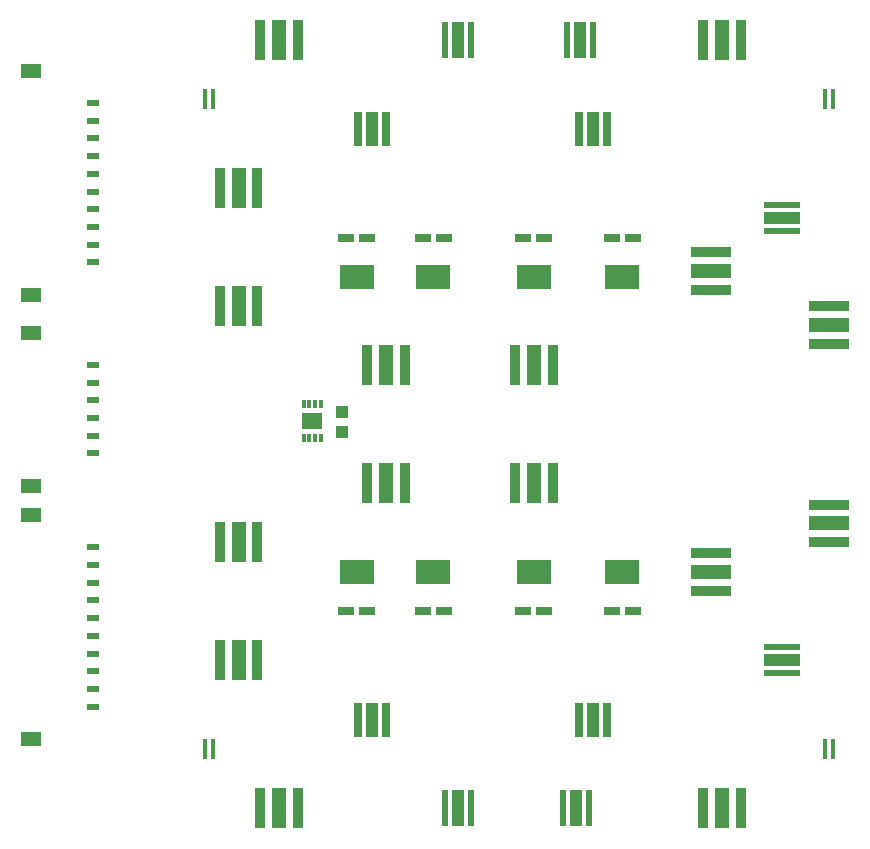
<source format=gtp>
%FSLAX25Y25*%
%MOIN*%
G70*
G01*
G75*
G04 Layer_Color=8421504*
%ADD10R,0.07087X0.04921*%
%ADD11R,0.03937X0.02362*%
%ADD12R,0.05315X0.03150*%
%ADD13R,0.11811X0.07874*%
%ADD14R,0.05118X0.13780*%
%ADD15R,0.03543X0.13189*%
%ADD16R,0.04134X0.12205*%
%ADD17R,0.02165X0.12205*%
%ADD18R,0.03937X0.11811*%
%ADD19R,0.02756X0.11811*%
%ADD20R,0.01772X0.06693*%
%ADD21R,0.13189X0.03543*%
%ADD22R,0.13780X0.05118*%
%ADD23R,0.12205X0.04134*%
%ADD24R,0.12205X0.02165*%
%ADD25R,0.06890X0.05709*%
%ADD26R,0.01181X0.02953*%
%ADD27R,0.04000X0.04400*%
%ADD28C,0.02500*%
%ADD29C,0.02000*%
%ADD30C,0.01000*%
%ADD31C,0.01200*%
%ADD32C,0.01969*%
%ADD33C,0.01181*%
%ADD34C,0.00787*%
%ADD35R,0.01969X0.01575*%
%ADD36R,0.02000X0.02000*%
%ADD37R,0.01969X0.01969*%
%ADD38R,0.01870X0.01969*%
%ADD39R,0.01083X0.01083*%
%ADD40R,0.01969X0.01969*%
%ADD41R,0.29528X0.26378*%
%ADD42R,0.27559X0.19685*%
D10*
X206528Y462323D02*
D03*
Y387677D02*
D03*
Y323988D02*
D03*
Y375012D02*
D03*
Y314248D02*
D03*
Y239602D02*
D03*
D11*
X227000Y439764D02*
D03*
Y433858D02*
D03*
Y427953D02*
D03*
Y422047D02*
D03*
Y416142D02*
D03*
Y410236D02*
D03*
Y404331D02*
D03*
Y398425D02*
D03*
Y445669D02*
D03*
Y451575D02*
D03*
Y334736D02*
D03*
Y340642D02*
D03*
Y346547D02*
D03*
Y352453D02*
D03*
Y358358D02*
D03*
Y364264D02*
D03*
Y291689D02*
D03*
Y285784D02*
D03*
Y279878D02*
D03*
Y273972D02*
D03*
Y268067D02*
D03*
Y262161D02*
D03*
Y256256D02*
D03*
Y250350D02*
D03*
Y297594D02*
D03*
Y303500D02*
D03*
D12*
X318504Y406693D02*
D03*
X311417D02*
D03*
X344094D02*
D03*
X337008D02*
D03*
X407087D02*
D03*
X400000D02*
D03*
X377559D02*
D03*
X370472D02*
D03*
X400000Y282283D02*
D03*
X407087D02*
D03*
X370472D02*
D03*
X377559D02*
D03*
X311417D02*
D03*
X318504D02*
D03*
X337008D02*
D03*
X344094D02*
D03*
D13*
X314961Y393701D02*
D03*
X340551D02*
D03*
X403543D02*
D03*
X374016D02*
D03*
X403543Y295276D02*
D03*
X374016D02*
D03*
X314961D02*
D03*
X340551D02*
D03*
D14*
X324803Y364173D02*
D03*
X374016D02*
D03*
Y324803D02*
D03*
X324803D02*
D03*
X275590Y423228D02*
D03*
Y383858D02*
D03*
X288976Y472441D02*
D03*
X436613D02*
D03*
X288976Y216535D02*
D03*
X436614D02*
D03*
X275590Y265748D02*
D03*
Y305118D02*
D03*
D15*
X331103Y364173D02*
D03*
X318504D02*
D03*
X380316D02*
D03*
X367717D02*
D03*
X367716Y324803D02*
D03*
X380315D02*
D03*
X318503D02*
D03*
X331102D02*
D03*
X269291Y423228D02*
D03*
X281891D02*
D03*
X269291Y383858D02*
D03*
X281891D02*
D03*
X282676Y472441D02*
D03*
X295276D02*
D03*
X430314D02*
D03*
X442913D02*
D03*
X295276Y216535D02*
D03*
X282676D02*
D03*
X442913D02*
D03*
X430314D02*
D03*
X281890Y265748D02*
D03*
X269290D02*
D03*
X281890Y305118D02*
D03*
X269290D02*
D03*
D16*
X348819Y472441D02*
D03*
X389370D02*
D03*
X388189Y216535D02*
D03*
X348819D02*
D03*
D17*
X353150Y472441D02*
D03*
X344488D02*
D03*
X393701D02*
D03*
X385039D02*
D03*
X383858Y216535D02*
D03*
X392520D02*
D03*
X344488D02*
D03*
X353150D02*
D03*
D18*
X320079Y442913D02*
D03*
X393701D02*
D03*
Y246063D02*
D03*
X320079D02*
D03*
D19*
X324803Y442913D02*
D03*
X315354D02*
D03*
X398425D02*
D03*
X388976D02*
D03*
Y246063D02*
D03*
X398425D02*
D03*
X315354D02*
D03*
X324803D02*
D03*
D20*
X267126Y452756D02*
D03*
X264370D02*
D03*
X473819D02*
D03*
X471063D02*
D03*
Y236221D02*
D03*
X473819D02*
D03*
X264370D02*
D03*
X267126D02*
D03*
D21*
X472441Y383858D02*
D03*
Y371259D02*
D03*
X433071Y401968D02*
D03*
Y389369D02*
D03*
X472441Y317717D02*
D03*
Y305118D02*
D03*
X433071Y301575D02*
D03*
Y288976D02*
D03*
D22*
X472441Y377559D02*
D03*
X433071Y395669D02*
D03*
X472441Y311418D02*
D03*
X433071Y295276D02*
D03*
D23*
X456693Y413386D02*
D03*
Y265748D02*
D03*
D24*
Y409055D02*
D03*
Y417717D02*
D03*
Y261417D02*
D03*
Y270079D02*
D03*
D25*
X300197Y345472D02*
D03*
D26*
X303150Y351181D02*
D03*
X301181D02*
D03*
X299213D02*
D03*
X297244D02*
D03*
X303150Y339764D02*
D03*
X301181D02*
D03*
X299213D02*
D03*
X297244D02*
D03*
D27*
X310236Y341876D02*
D03*
Y348622D02*
D03*
M02*

</source>
